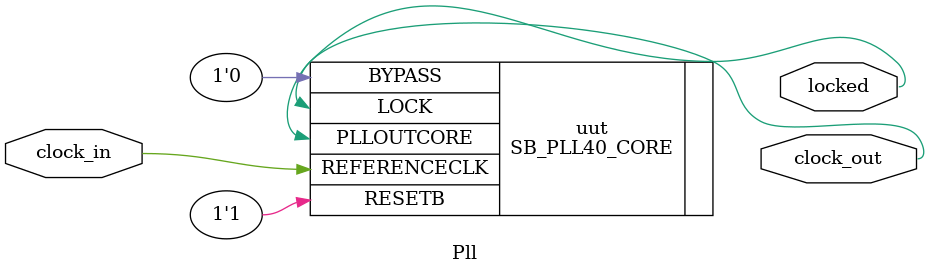
<source format=v>
/**
 * PLL configuration
 *
 * This Verilog module was generated automatically
 * using the icepll tool from the IceStorm project.
 * Use at your own risk.
 *
 * Given input frequency:        48.000 MHz
 * Requested output frequency:   16.000 MHz
 * Achieved output frequency:    16.000 MHz
 */

module Pll(
	input  clock_in,
	output clock_out,
	output locked
	);

SB_PLL40_CORE #(
		.FEEDBACK_PATH("SIMPLE"),
		.DIVR(4'b0010),		// DIVR =  2
		.DIVF(7'b0111111),	// DIVF = 63
		.DIVQ(3'b110),		// DIVQ =  6
		.FILTER_RANGE(3'b001)	// FILTER_RANGE = 1
	) uut (
		.LOCK(locked),
		.RESETB(1'b1),
		.BYPASS(1'b0),
		.REFERENCECLK(clock_in),
		.PLLOUTCORE(clock_out)
		);

endmodule

</source>
